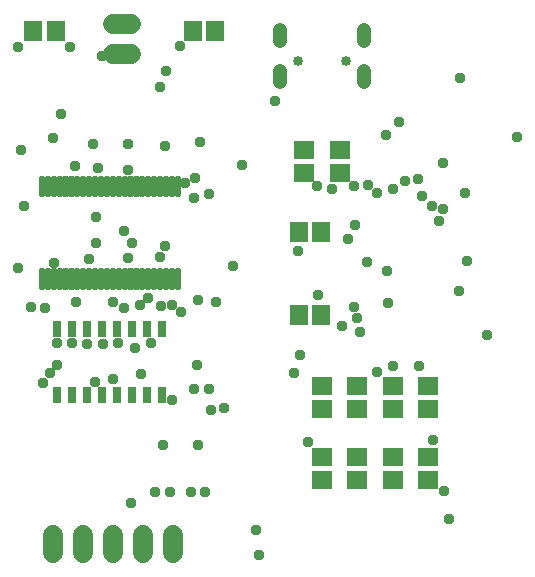
<source format=gbr>
G04 EAGLE Gerber RS-274X export*
G75*
%MOMM*%
%FSLAX34Y34*%
%LPD*%
%INSoldermask Bottom*%
%IPPOS*%
%AMOC8*
5,1,8,0,0,1.08239X$1,22.5*%
G01*
%ADD10R,1.703200X1.503200*%
%ADD11R,0.803200X1.403200*%
%ADD12R,1.503200X1.703200*%
%ADD13C,0.853200*%
%ADD14C,1.161200*%
%ADD15C,0.402559*%
%ADD16C,1.727200*%
%ADD17C,0.959600*%


D10*
X285000Y350500D03*
X285000Y369500D03*
X315000Y350500D03*
X315000Y369500D03*
X360000Y109500D03*
X360000Y90500D03*
X390000Y109500D03*
X390000Y90500D03*
X300000Y109500D03*
X300000Y90500D03*
X330000Y109500D03*
X330000Y90500D03*
D11*
X75550Y218000D03*
X88250Y218000D03*
X100950Y218000D03*
X113650Y218000D03*
X126350Y218000D03*
X139050Y218000D03*
X151750Y218000D03*
X164450Y218000D03*
X164450Y162000D03*
X151750Y162000D03*
X139050Y162000D03*
X126350Y162000D03*
X113650Y162000D03*
X100950Y162000D03*
X88250Y162000D03*
X75550Y162000D03*
D12*
X299500Y230000D03*
X280500Y230000D03*
D10*
X330000Y169500D03*
X330000Y150500D03*
X300000Y169500D03*
X300000Y150500D03*
X390000Y169500D03*
X390000Y150500D03*
D12*
X299500Y300000D03*
X280500Y300000D03*
D10*
X360000Y169500D03*
X360000Y150500D03*
D13*
X320000Y445250D03*
X280000Y445250D03*
D14*
X264250Y436790D02*
X264250Y427210D01*
X264250Y461710D02*
X264250Y471290D01*
X335750Y471290D02*
X335750Y461710D01*
X335750Y436790D02*
X335750Y427210D01*
D15*
X63003Y346003D02*
X61997Y346003D01*
X63003Y346003D02*
X63003Y331997D01*
X61997Y331997D01*
X61997Y346003D01*
X61997Y335822D02*
X63003Y335822D01*
X63003Y339647D02*
X61997Y339647D01*
X61997Y343472D02*
X63003Y343472D01*
X63003Y268003D02*
X61997Y268003D01*
X63003Y268003D02*
X63003Y253997D01*
X61997Y253997D01*
X61997Y268003D01*
X61997Y257822D02*
X63003Y257822D01*
X63003Y261647D02*
X61997Y261647D01*
X61997Y265472D02*
X63003Y265472D01*
X66997Y346003D02*
X68003Y346003D01*
X68003Y331997D01*
X66997Y331997D01*
X66997Y346003D01*
X66997Y335822D02*
X68003Y335822D01*
X68003Y339647D02*
X66997Y339647D01*
X66997Y343472D02*
X68003Y343472D01*
X71997Y346003D02*
X73003Y346003D01*
X73003Y331997D01*
X71997Y331997D01*
X71997Y346003D01*
X71997Y335822D02*
X73003Y335822D01*
X73003Y339647D02*
X71997Y339647D01*
X71997Y343472D02*
X73003Y343472D01*
X76997Y346003D02*
X78003Y346003D01*
X78003Y331997D01*
X76997Y331997D01*
X76997Y346003D01*
X76997Y335822D02*
X78003Y335822D01*
X78003Y339647D02*
X76997Y339647D01*
X76997Y343472D02*
X78003Y343472D01*
X81997Y346003D02*
X83003Y346003D01*
X83003Y331997D01*
X81997Y331997D01*
X81997Y346003D01*
X81997Y335822D02*
X83003Y335822D01*
X83003Y339647D02*
X81997Y339647D01*
X81997Y343472D02*
X83003Y343472D01*
X86997Y346003D02*
X88003Y346003D01*
X88003Y331997D01*
X86997Y331997D01*
X86997Y346003D01*
X86997Y335822D02*
X88003Y335822D01*
X88003Y339647D02*
X86997Y339647D01*
X86997Y343472D02*
X88003Y343472D01*
X91997Y346003D02*
X93003Y346003D01*
X93003Y331997D01*
X91997Y331997D01*
X91997Y346003D01*
X91997Y335822D02*
X93003Y335822D01*
X93003Y339647D02*
X91997Y339647D01*
X91997Y343472D02*
X93003Y343472D01*
X96997Y346003D02*
X98003Y346003D01*
X98003Y331997D01*
X96997Y331997D01*
X96997Y346003D01*
X96997Y335822D02*
X98003Y335822D01*
X98003Y339647D02*
X96997Y339647D01*
X96997Y343472D02*
X98003Y343472D01*
X101997Y346003D02*
X103003Y346003D01*
X103003Y331997D01*
X101997Y331997D01*
X101997Y346003D01*
X101997Y335822D02*
X103003Y335822D01*
X103003Y339647D02*
X101997Y339647D01*
X101997Y343472D02*
X103003Y343472D01*
X106997Y346003D02*
X108003Y346003D01*
X108003Y331997D01*
X106997Y331997D01*
X106997Y346003D01*
X106997Y335822D02*
X108003Y335822D01*
X108003Y339647D02*
X106997Y339647D01*
X106997Y343472D02*
X108003Y343472D01*
X111997Y346003D02*
X113003Y346003D01*
X113003Y331997D01*
X111997Y331997D01*
X111997Y346003D01*
X111997Y335822D02*
X113003Y335822D01*
X113003Y339647D02*
X111997Y339647D01*
X111997Y343472D02*
X113003Y343472D01*
X116997Y346003D02*
X118003Y346003D01*
X118003Y331997D01*
X116997Y331997D01*
X116997Y346003D01*
X116997Y335822D02*
X118003Y335822D01*
X118003Y339647D02*
X116997Y339647D01*
X116997Y343472D02*
X118003Y343472D01*
X121997Y346003D02*
X123003Y346003D01*
X123003Y331997D01*
X121997Y331997D01*
X121997Y346003D01*
X121997Y335822D02*
X123003Y335822D01*
X123003Y339647D02*
X121997Y339647D01*
X121997Y343472D02*
X123003Y343472D01*
X126997Y346003D02*
X128003Y346003D01*
X128003Y331997D01*
X126997Y331997D01*
X126997Y346003D01*
X126997Y335822D02*
X128003Y335822D01*
X128003Y339647D02*
X126997Y339647D01*
X126997Y343472D02*
X128003Y343472D01*
X131997Y346003D02*
X133003Y346003D01*
X133003Y331997D01*
X131997Y331997D01*
X131997Y346003D01*
X131997Y335822D02*
X133003Y335822D01*
X133003Y339647D02*
X131997Y339647D01*
X131997Y343472D02*
X133003Y343472D01*
X136997Y346003D02*
X138003Y346003D01*
X138003Y331997D01*
X136997Y331997D01*
X136997Y346003D01*
X136997Y335822D02*
X138003Y335822D01*
X138003Y339647D02*
X136997Y339647D01*
X136997Y343472D02*
X138003Y343472D01*
X141997Y346003D02*
X143003Y346003D01*
X143003Y331997D01*
X141997Y331997D01*
X141997Y346003D01*
X141997Y335822D02*
X143003Y335822D01*
X143003Y339647D02*
X141997Y339647D01*
X141997Y343472D02*
X143003Y343472D01*
X146997Y346003D02*
X148003Y346003D01*
X148003Y331997D01*
X146997Y331997D01*
X146997Y346003D01*
X146997Y335822D02*
X148003Y335822D01*
X148003Y339647D02*
X146997Y339647D01*
X146997Y343472D02*
X148003Y343472D01*
X151997Y346003D02*
X153003Y346003D01*
X153003Y331997D01*
X151997Y331997D01*
X151997Y346003D01*
X151997Y335822D02*
X153003Y335822D01*
X153003Y339647D02*
X151997Y339647D01*
X151997Y343472D02*
X153003Y343472D01*
X156997Y346003D02*
X158003Y346003D01*
X158003Y331997D01*
X156997Y331997D01*
X156997Y346003D01*
X156997Y335822D02*
X158003Y335822D01*
X158003Y339647D02*
X156997Y339647D01*
X156997Y343472D02*
X158003Y343472D01*
X161997Y346003D02*
X163003Y346003D01*
X163003Y331997D01*
X161997Y331997D01*
X161997Y346003D01*
X161997Y335822D02*
X163003Y335822D01*
X163003Y339647D02*
X161997Y339647D01*
X161997Y343472D02*
X163003Y343472D01*
X166997Y346003D02*
X168003Y346003D01*
X168003Y331997D01*
X166997Y331997D01*
X166997Y346003D01*
X166997Y335822D02*
X168003Y335822D01*
X168003Y339647D02*
X166997Y339647D01*
X166997Y343472D02*
X168003Y343472D01*
X171997Y346003D02*
X173003Y346003D01*
X173003Y331997D01*
X171997Y331997D01*
X171997Y346003D01*
X171997Y335822D02*
X173003Y335822D01*
X173003Y339647D02*
X171997Y339647D01*
X171997Y343472D02*
X173003Y343472D01*
X176997Y346003D02*
X178003Y346003D01*
X178003Y331997D01*
X176997Y331997D01*
X176997Y346003D01*
X176997Y335822D02*
X178003Y335822D01*
X178003Y339647D02*
X176997Y339647D01*
X176997Y343472D02*
X178003Y343472D01*
X68003Y268003D02*
X66997Y268003D01*
X68003Y268003D02*
X68003Y253997D01*
X66997Y253997D01*
X66997Y268003D01*
X66997Y257822D02*
X68003Y257822D01*
X68003Y261647D02*
X66997Y261647D01*
X66997Y265472D02*
X68003Y265472D01*
X71997Y268003D02*
X73003Y268003D01*
X73003Y253997D01*
X71997Y253997D01*
X71997Y268003D01*
X71997Y257822D02*
X73003Y257822D01*
X73003Y261647D02*
X71997Y261647D01*
X71997Y265472D02*
X73003Y265472D01*
X76997Y268003D02*
X78003Y268003D01*
X78003Y253997D01*
X76997Y253997D01*
X76997Y268003D01*
X76997Y257822D02*
X78003Y257822D01*
X78003Y261647D02*
X76997Y261647D01*
X76997Y265472D02*
X78003Y265472D01*
X81997Y268003D02*
X83003Y268003D01*
X83003Y253997D01*
X81997Y253997D01*
X81997Y268003D01*
X81997Y257822D02*
X83003Y257822D01*
X83003Y261647D02*
X81997Y261647D01*
X81997Y265472D02*
X83003Y265472D01*
X86997Y268003D02*
X88003Y268003D01*
X88003Y253997D01*
X86997Y253997D01*
X86997Y268003D01*
X86997Y257822D02*
X88003Y257822D01*
X88003Y261647D02*
X86997Y261647D01*
X86997Y265472D02*
X88003Y265472D01*
X91997Y268003D02*
X93003Y268003D01*
X93003Y253997D01*
X91997Y253997D01*
X91997Y268003D01*
X91997Y257822D02*
X93003Y257822D01*
X93003Y261647D02*
X91997Y261647D01*
X91997Y265472D02*
X93003Y265472D01*
X96997Y268003D02*
X98003Y268003D01*
X98003Y253997D01*
X96997Y253997D01*
X96997Y268003D01*
X96997Y257822D02*
X98003Y257822D01*
X98003Y261647D02*
X96997Y261647D01*
X96997Y265472D02*
X98003Y265472D01*
X101997Y268003D02*
X103003Y268003D01*
X103003Y253997D01*
X101997Y253997D01*
X101997Y268003D01*
X101997Y257822D02*
X103003Y257822D01*
X103003Y261647D02*
X101997Y261647D01*
X101997Y265472D02*
X103003Y265472D01*
X106997Y268003D02*
X108003Y268003D01*
X108003Y253997D01*
X106997Y253997D01*
X106997Y268003D01*
X106997Y257822D02*
X108003Y257822D01*
X108003Y261647D02*
X106997Y261647D01*
X106997Y265472D02*
X108003Y265472D01*
X111997Y268003D02*
X113003Y268003D01*
X113003Y253997D01*
X111997Y253997D01*
X111997Y268003D01*
X111997Y257822D02*
X113003Y257822D01*
X113003Y261647D02*
X111997Y261647D01*
X111997Y265472D02*
X113003Y265472D01*
X116997Y268003D02*
X118003Y268003D01*
X118003Y253997D01*
X116997Y253997D01*
X116997Y268003D01*
X116997Y257822D02*
X118003Y257822D01*
X118003Y261647D02*
X116997Y261647D01*
X116997Y265472D02*
X118003Y265472D01*
X121997Y268003D02*
X123003Y268003D01*
X123003Y253997D01*
X121997Y253997D01*
X121997Y268003D01*
X121997Y257822D02*
X123003Y257822D01*
X123003Y261647D02*
X121997Y261647D01*
X121997Y265472D02*
X123003Y265472D01*
X126997Y268003D02*
X128003Y268003D01*
X128003Y253997D01*
X126997Y253997D01*
X126997Y268003D01*
X126997Y257822D02*
X128003Y257822D01*
X128003Y261647D02*
X126997Y261647D01*
X126997Y265472D02*
X128003Y265472D01*
X131997Y268003D02*
X133003Y268003D01*
X133003Y253997D01*
X131997Y253997D01*
X131997Y268003D01*
X131997Y257822D02*
X133003Y257822D01*
X133003Y261647D02*
X131997Y261647D01*
X131997Y265472D02*
X133003Y265472D01*
X136997Y268003D02*
X138003Y268003D01*
X138003Y253997D01*
X136997Y253997D01*
X136997Y268003D01*
X136997Y257822D02*
X138003Y257822D01*
X138003Y261647D02*
X136997Y261647D01*
X136997Y265472D02*
X138003Y265472D01*
X141997Y268003D02*
X143003Y268003D01*
X143003Y253997D01*
X141997Y253997D01*
X141997Y268003D01*
X141997Y257822D02*
X143003Y257822D01*
X143003Y261647D02*
X141997Y261647D01*
X141997Y265472D02*
X143003Y265472D01*
X146997Y268003D02*
X148003Y268003D01*
X148003Y253997D01*
X146997Y253997D01*
X146997Y268003D01*
X146997Y257822D02*
X148003Y257822D01*
X148003Y261647D02*
X146997Y261647D01*
X146997Y265472D02*
X148003Y265472D01*
X151997Y268003D02*
X153003Y268003D01*
X153003Y253997D01*
X151997Y253997D01*
X151997Y268003D01*
X151997Y257822D02*
X153003Y257822D01*
X153003Y261647D02*
X151997Y261647D01*
X151997Y265472D02*
X153003Y265472D01*
X156997Y268003D02*
X158003Y268003D01*
X158003Y253997D01*
X156997Y253997D01*
X156997Y268003D01*
X156997Y257822D02*
X158003Y257822D01*
X158003Y261647D02*
X156997Y261647D01*
X156997Y265472D02*
X158003Y265472D01*
X161997Y268003D02*
X163003Y268003D01*
X163003Y253997D01*
X161997Y253997D01*
X161997Y268003D01*
X161997Y257822D02*
X163003Y257822D01*
X163003Y261647D02*
X161997Y261647D01*
X161997Y265472D02*
X163003Y265472D01*
X166997Y268003D02*
X168003Y268003D01*
X168003Y253997D01*
X166997Y253997D01*
X166997Y268003D01*
X166997Y257822D02*
X168003Y257822D01*
X168003Y261647D02*
X166997Y261647D01*
X166997Y265472D02*
X168003Y265472D01*
X171997Y268003D02*
X173003Y268003D01*
X173003Y253997D01*
X171997Y253997D01*
X171997Y268003D01*
X171997Y257822D02*
X173003Y257822D01*
X173003Y261647D02*
X171997Y261647D01*
X171997Y265472D02*
X173003Y265472D01*
X176997Y268003D02*
X178003Y268003D01*
X178003Y253997D01*
X176997Y253997D01*
X176997Y268003D01*
X176997Y257822D02*
X178003Y257822D01*
X178003Y261647D02*
X176997Y261647D01*
X176997Y265472D02*
X178003Y265472D01*
D12*
X74500Y470000D03*
X55500Y470000D03*
X209500Y470000D03*
X190500Y470000D03*
D16*
X138620Y451300D02*
X123380Y451300D01*
X123380Y476700D02*
X138620Y476700D01*
X72200Y43620D02*
X72200Y28380D01*
X97600Y28380D02*
X97600Y43620D01*
X123000Y43620D02*
X123000Y28380D01*
X148400Y28380D02*
X148400Y43620D01*
X173800Y43620D02*
X173800Y28380D01*
D17*
X370000Y343068D03*
X385068Y330932D03*
X381000Y345068D03*
X421041Y332959D03*
X402078Y358922D03*
X260068Y411000D03*
X417000Y431000D03*
X308423Y336423D03*
X297000Y247000D03*
X338000Y275000D03*
X356000Y240000D03*
X394000Y124000D03*
X407793Y56793D03*
X244000Y48000D03*
X247000Y27000D03*
X158932Y79928D03*
X171068Y79928D03*
X188932Y79928D03*
X201068Y79928D03*
X194000Y188000D03*
X192000Y167000D03*
X281000Y196000D03*
X191718Y328869D03*
X204000Y332000D03*
X163000Y423000D03*
X168157Y436157D03*
X184428Y341428D03*
X110000Y354000D03*
X136100Y352306D03*
X48000Y322500D03*
X108874Y291000D03*
X65908Y236092D03*
X136000Y278000D03*
X365514Y393068D03*
X393000Y322000D03*
X416000Y250000D03*
X399306Y309810D03*
X402088Y320000D03*
X288000Y122000D03*
X328000Y306068D03*
X327194Y237000D03*
X332000Y215806D03*
X339000Y340000D03*
X359854Y337000D03*
X322000Y294000D03*
X317000Y220932D03*
X360000Y187000D03*
X382174Y186826D03*
X440000Y213000D03*
X465000Y381000D03*
X423000Y276000D03*
X280000Y284000D03*
X296000Y339000D03*
X403000Y81000D03*
X180000Y458000D03*
X43000Y457000D03*
X91000Y356000D03*
X192718Y345720D03*
X139496Y290500D03*
X92068Y241000D03*
X63557Y172000D03*
X330000Y227000D03*
X347000Y182000D03*
X276000Y181000D03*
X76000Y188000D03*
X147000Y180000D03*
X172756Y158163D03*
X355000Y267000D03*
X347000Y332932D03*
X152510Y244510D03*
X327000Y339000D03*
X354000Y382000D03*
X108073Y172927D03*
X138694Y71000D03*
X195000Y120000D03*
X205791Y149791D03*
X204000Y167000D03*
X165000Y120000D03*
X217000Y151116D03*
X123000Y176000D03*
X53432Y236508D03*
X108874Y312878D03*
X69625Y180625D03*
X76000Y206000D03*
X123000Y241088D03*
X88000Y206000D03*
X132080Y236000D03*
X101000Y205000D03*
X146168Y238000D03*
X115000Y205000D03*
X163796Y237520D03*
X127000Y206000D03*
X172884Y238332D03*
X142000Y202000D03*
X181000Y232068D03*
X155000Y206000D03*
X45000Y370000D03*
X72000Y380000D03*
X79000Y400000D03*
X106000Y375000D03*
X136000Y375000D03*
X167000Y373000D03*
X197000Y376000D03*
X232000Y357000D03*
X43000Y270000D03*
X72806Y274306D03*
X102806Y277000D03*
X132806Y301000D03*
X162806Y279000D03*
X167496Y288500D03*
X210000Y241000D03*
X225000Y271000D03*
X195000Y243000D03*
X114000Y449000D03*
X87000Y457000D03*
M02*

</source>
